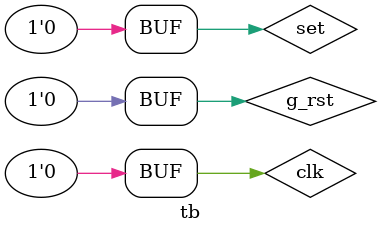
<source format=v>
module tb();
   parameter m=5;
 // parameter [m-1:0]seq=5'b01101;
  reg ip,clk,g_rst,set;
  wire op;
 
  mela_non mo(ip,clk,g_rst,set,op);
  always
  begin
    clk=1;
    #5
    clk=0;
    #5;
  end
  
  initial
  begin
    g_rst=1;set=0;
    #10
    g_rst=0;set=0;
    #10;
  end
  
  always
  begin  
    ip=$random;
    #10;
  end
  
endmodule
</source>
